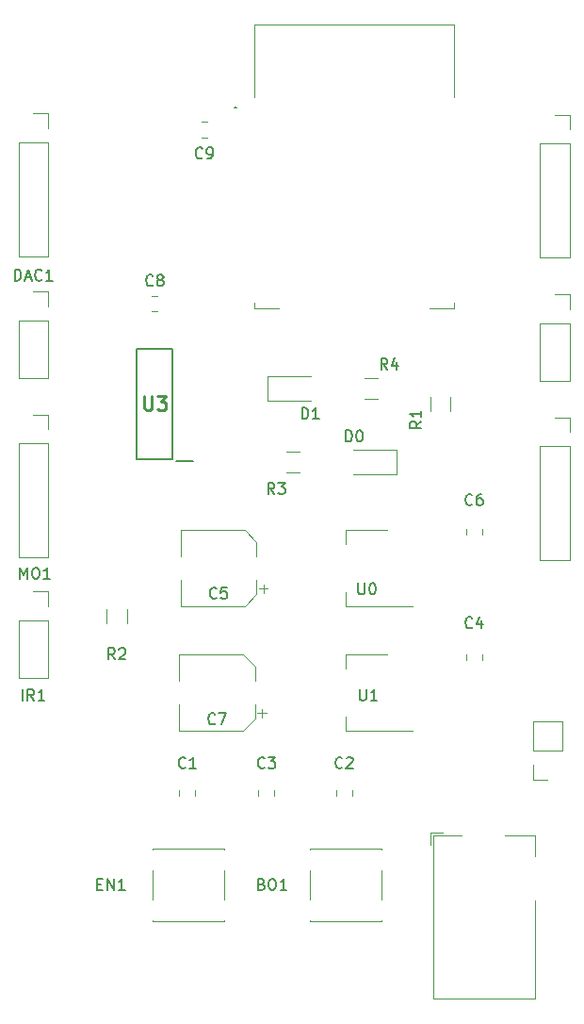
<source format=gbr>
G04 #@! TF.GenerationSoftware,KiCad,Pcbnew,5.1.5+dfsg1-2build2*
G04 #@! TF.CreationDate,2021-12-20T11:22:31-05:00*
G04 #@! TF.ProjectId,pro_SE_DCM,70726f5f-5345-45f4-9443-4d2e6b696361,rev?*
G04 #@! TF.SameCoordinates,Original*
G04 #@! TF.FileFunction,Legend,Top*
G04 #@! TF.FilePolarity,Positive*
%FSLAX46Y46*%
G04 Gerber Fmt 4.6, Leading zero omitted, Abs format (unit mm)*
G04 Created by KiCad (PCBNEW 5.1.5+dfsg1-2build2) date 2021-12-20 11:22:31*
%MOMM*%
%LPD*%
G04 APERTURE LIST*
%ADD10C,0.120000*%
%ADD11C,0.100000*%
%ADD12C,0.200000*%
%ADD13C,0.150000*%
%ADD14C,0.254000*%
G04 APERTURE END LIST*
D10*
X109402000Y-152853000D02*
X102942000Y-152853000D01*
X109402000Y-157383000D02*
X109402000Y-154783000D01*
X109402000Y-159313000D02*
X102942000Y-159313000D01*
X102942000Y-157383000D02*
X102942000Y-154783000D01*
X109402000Y-159283000D02*
X109402000Y-159313000D01*
X109402000Y-152853000D02*
X109402000Y-152883000D01*
X102942000Y-152853000D02*
X102942000Y-152883000D01*
X102942000Y-159313000D02*
X102942000Y-159283000D01*
X88845000Y-159313000D02*
X88845000Y-159283000D01*
X88845000Y-152853000D02*
X88845000Y-152883000D01*
X95305000Y-152853000D02*
X95305000Y-152883000D01*
X95305000Y-159283000D02*
X95305000Y-159313000D01*
X88845000Y-157383000D02*
X88845000Y-154783000D01*
X95305000Y-159313000D02*
X88845000Y-159313000D01*
X95305000Y-157383000D02*
X95305000Y-154783000D01*
X95305000Y-152853000D02*
X88845000Y-152853000D01*
X91238000Y-148086578D02*
X91238000Y-147569422D01*
X92658000Y-148086578D02*
X92658000Y-147569422D01*
X105335000Y-148086578D02*
X105335000Y-147569422D01*
X106755000Y-148086578D02*
X106755000Y-147569422D01*
X99770000Y-148086578D02*
X99770000Y-147569422D01*
X98350000Y-148086578D02*
X98350000Y-147569422D01*
X118439000Y-135894578D02*
X118439000Y-135377422D01*
X117019000Y-135894578D02*
X117019000Y-135377422D01*
X98785750Y-129876250D02*
X98785750Y-129088750D01*
X99179500Y-129482500D02*
X98392000Y-129482500D01*
X98152000Y-125289437D02*
X97087563Y-124225000D01*
X98152000Y-129980563D02*
X97087563Y-131045000D01*
X98152000Y-129980563D02*
X98152000Y-128695000D01*
X98152000Y-125289437D02*
X98152000Y-126575000D01*
X97087563Y-124225000D02*
X91332000Y-124225000D01*
X97087563Y-131045000D02*
X91332000Y-131045000D01*
X91332000Y-131045000D02*
X91332000Y-128695000D01*
X91332000Y-124225000D02*
X91332000Y-126575000D01*
X118439000Y-124640078D02*
X118439000Y-124122922D01*
X117019000Y-124640078D02*
X117019000Y-124122922D01*
X91205000Y-135401000D02*
X91205000Y-137751000D01*
X91205000Y-142221000D02*
X91205000Y-139871000D01*
X96960563Y-142221000D02*
X91205000Y-142221000D01*
X96960563Y-135401000D02*
X91205000Y-135401000D01*
X98025000Y-136465437D02*
X98025000Y-137751000D01*
X98025000Y-141156563D02*
X98025000Y-139871000D01*
X98025000Y-141156563D02*
X96960563Y-142221000D01*
X98025000Y-136465437D02*
X96960563Y-135401000D01*
X99052500Y-140658500D02*
X98265000Y-140658500D01*
X98658750Y-141052250D02*
X98658750Y-140264750D01*
X88768422Y-103176000D02*
X89285578Y-103176000D01*
X88768422Y-104596000D02*
X89285578Y-104596000D01*
X106858000Y-119245000D02*
X110743000Y-119245000D01*
X110743000Y-119245000D02*
X110743000Y-116975000D01*
X110743000Y-116975000D02*
X106858000Y-116975000D01*
X99188000Y-112641000D02*
X103073000Y-112641000D01*
X99188000Y-110371000D02*
X99188000Y-112641000D01*
X103073000Y-110371000D02*
X99188000Y-110371000D01*
X125663000Y-144018000D02*
X123003000Y-144018000D01*
X125663000Y-144018000D02*
X125663000Y-141418000D01*
X125663000Y-141418000D02*
X123003000Y-141418000D01*
X123003000Y-144018000D02*
X123003000Y-141418000D01*
X123003000Y-146618000D02*
X123003000Y-145288000D01*
X124333000Y-146618000D02*
X123003000Y-146618000D01*
X76775000Y-116459000D02*
X79435000Y-116459000D01*
X76775000Y-116459000D02*
X76775000Y-126679000D01*
X76775000Y-126679000D02*
X79435000Y-126679000D01*
X79435000Y-116459000D02*
X79435000Y-126679000D01*
X79435000Y-113859000D02*
X79435000Y-115189000D01*
X78105000Y-113859000D02*
X79435000Y-113859000D01*
X124968000Y-86935000D02*
X126298000Y-86935000D01*
X126298000Y-86935000D02*
X126298000Y-88265000D01*
X126298000Y-89535000D02*
X126298000Y-99755000D01*
X123638000Y-99755000D02*
X126298000Y-99755000D01*
X123638000Y-89535000D02*
X123638000Y-99755000D01*
X123638000Y-89535000D02*
X126298000Y-89535000D01*
X78105000Y-86808000D02*
X79435000Y-86808000D01*
X79435000Y-86808000D02*
X79435000Y-88138000D01*
X79435000Y-89408000D02*
X79435000Y-99628000D01*
X76775000Y-99628000D02*
X79435000Y-99628000D01*
X76775000Y-89408000D02*
X76775000Y-99628000D01*
X76775000Y-89408000D02*
X79435000Y-89408000D01*
X124968000Y-114113000D02*
X126298000Y-114113000D01*
X126298000Y-114113000D02*
X126298000Y-115443000D01*
X126298000Y-116713000D02*
X126298000Y-126933000D01*
X123638000Y-126933000D02*
X126298000Y-126933000D01*
X123638000Y-116713000D02*
X123638000Y-126933000D01*
X123638000Y-116713000D02*
X126298000Y-116713000D01*
X78105000Y-129734000D02*
X79435000Y-129734000D01*
X79435000Y-129734000D02*
X79435000Y-131064000D01*
X79435000Y-132334000D02*
X79435000Y-137474000D01*
X76775000Y-137474000D02*
X79435000Y-137474000D01*
X76775000Y-132334000D02*
X76775000Y-137474000D01*
X76775000Y-132334000D02*
X79435000Y-132334000D01*
X124968000Y-103064000D02*
X126298000Y-103064000D01*
X126298000Y-103064000D02*
X126298000Y-104394000D01*
X126298000Y-105664000D02*
X126298000Y-110804000D01*
X123638000Y-110804000D02*
X126298000Y-110804000D01*
X123638000Y-105664000D02*
X123638000Y-110804000D01*
X123638000Y-105664000D02*
X126298000Y-105664000D01*
X114868000Y-151427000D02*
X113818000Y-151427000D01*
X113818000Y-152477000D02*
X113818000Y-151427000D01*
X123218000Y-157527000D02*
X123218000Y-166327000D01*
X123218000Y-166327000D02*
X114018000Y-166327000D01*
X120518000Y-151627000D02*
X123218000Y-151627000D01*
X123218000Y-151627000D02*
X123218000Y-153527000D01*
X114018000Y-166327000D02*
X114018000Y-151627000D01*
X114018000Y-151627000D02*
X116618000Y-151627000D01*
X113771000Y-112303936D02*
X113771000Y-113508064D01*
X115591000Y-112303936D02*
X115591000Y-113508064D01*
X84688000Y-132555064D02*
X84688000Y-131350936D01*
X86508000Y-132555064D02*
X86508000Y-131350936D01*
X106167000Y-124225000D02*
X106167000Y-125485000D01*
X106167000Y-131045000D02*
X106167000Y-129785000D01*
X109927000Y-124225000D02*
X106167000Y-124225000D01*
X112177000Y-131045000D02*
X106167000Y-131045000D01*
X112177000Y-142221000D02*
X106167000Y-142221000D01*
X109927000Y-135401000D02*
X106167000Y-135401000D01*
X106167000Y-142221000D02*
X106167000Y-140961000D01*
X106167000Y-135401000D02*
X106167000Y-136661000D01*
D11*
X97934000Y-85317000D02*
X97934000Y-85317000D01*
X97934000Y-85317000D02*
X97934000Y-78817000D01*
X97934000Y-78817000D02*
X97934000Y-78817000D01*
X97934000Y-78817000D02*
X97934000Y-85317000D01*
X97934000Y-78817000D02*
X115934000Y-78817000D01*
X115934000Y-78817000D02*
X115934000Y-78817000D01*
X115934000Y-78817000D02*
X97934000Y-78817000D01*
X97934000Y-78817000D02*
X97934000Y-78817000D01*
X115934000Y-78817000D02*
X115934000Y-78817000D01*
X115934000Y-78817000D02*
X115934000Y-85317000D01*
X115934000Y-85317000D02*
X115934000Y-85317000D01*
X115934000Y-85317000D02*
X115934000Y-78817000D01*
X115934000Y-103817000D02*
X115934000Y-103817000D01*
X115934000Y-103817000D02*
X115934000Y-104317000D01*
X115934000Y-104317000D02*
X115934000Y-104317000D01*
X115934000Y-104317000D02*
X115934000Y-103817000D01*
X115934000Y-104317000D02*
X113684000Y-104317000D01*
X113684000Y-104317000D02*
X113684000Y-104317000D01*
X113684000Y-104317000D02*
X115934000Y-104317000D01*
X115934000Y-104317000D02*
X115934000Y-104317000D01*
X100184000Y-104317000D02*
X97934000Y-104317000D01*
X97934000Y-104317000D02*
X97934000Y-104317000D01*
X97934000Y-104317000D02*
X100184000Y-104317000D01*
X100184000Y-104317000D02*
X100184000Y-104317000D01*
X97934000Y-104317000D02*
X97934000Y-104317000D01*
X97934000Y-104317000D02*
X97934000Y-103817000D01*
X97934000Y-103817000D02*
X97934000Y-103817000D01*
X97934000Y-103817000D02*
X97934000Y-104317000D01*
D12*
X96234000Y-86307000D02*
X96234000Y-86307000D01*
X96334000Y-86307000D02*
X96334000Y-86307000D01*
X96234000Y-86307000D02*
X96234000Y-86307000D01*
X96334000Y-86307000D02*
G75*
G02X96234000Y-86307000I-50000J0D01*
G01*
X96234000Y-86307000D02*
G75*
G02X96334000Y-86307000I50000J0D01*
G01*
X96334000Y-86307000D02*
G75*
G02X96234000Y-86307000I-50000J0D01*
G01*
X90627000Y-117853000D02*
X87427000Y-117853000D01*
X87427000Y-117853000D02*
X87427000Y-107953000D01*
X87427000Y-107953000D02*
X90627000Y-107953000D01*
X90627000Y-107953000D02*
X90627000Y-117853000D01*
X92502000Y-118023000D02*
X90977000Y-118023000D01*
D10*
X100870936Y-117200000D02*
X102075064Y-117200000D01*
X100870936Y-119020000D02*
X102075064Y-119020000D01*
X109060064Y-110596000D02*
X107855936Y-110596000D01*
X109060064Y-112416000D02*
X107855936Y-112416000D01*
X93730578Y-88975000D02*
X93213422Y-88975000D01*
X93730578Y-87555000D02*
X93213422Y-87555000D01*
X76775000Y-105410000D02*
X79435000Y-105410000D01*
X76775000Y-105410000D02*
X76775000Y-110550000D01*
X76775000Y-110550000D02*
X79435000Y-110550000D01*
X79435000Y-105410000D02*
X79435000Y-110550000D01*
X79435000Y-102810000D02*
X79435000Y-104140000D01*
X78105000Y-102810000D02*
X79435000Y-102810000D01*
D13*
X98639428Y-156011571D02*
X98782285Y-156059190D01*
X98829904Y-156106809D01*
X98877523Y-156202047D01*
X98877523Y-156344904D01*
X98829904Y-156440142D01*
X98782285Y-156487761D01*
X98687047Y-156535380D01*
X98306095Y-156535380D01*
X98306095Y-155535380D01*
X98639428Y-155535380D01*
X98734666Y-155583000D01*
X98782285Y-155630619D01*
X98829904Y-155725857D01*
X98829904Y-155821095D01*
X98782285Y-155916333D01*
X98734666Y-155963952D01*
X98639428Y-156011571D01*
X98306095Y-156011571D01*
X99496571Y-155535380D02*
X99687047Y-155535380D01*
X99782285Y-155583000D01*
X99877523Y-155678238D01*
X99925142Y-155868714D01*
X99925142Y-156202047D01*
X99877523Y-156392523D01*
X99782285Y-156487761D01*
X99687047Y-156535380D01*
X99496571Y-156535380D01*
X99401333Y-156487761D01*
X99306095Y-156392523D01*
X99258476Y-156202047D01*
X99258476Y-155868714D01*
X99306095Y-155678238D01*
X99401333Y-155583000D01*
X99496571Y-155535380D01*
X100877523Y-156535380D02*
X100306095Y-156535380D01*
X100591809Y-156535380D02*
X100591809Y-155535380D01*
X100496571Y-155678238D01*
X100401333Y-155773476D01*
X100306095Y-155821095D01*
X83875714Y-156011571D02*
X84209047Y-156011571D01*
X84351904Y-156535380D02*
X83875714Y-156535380D01*
X83875714Y-155535380D01*
X84351904Y-155535380D01*
X84780476Y-156535380D02*
X84780476Y-155535380D01*
X85351904Y-156535380D01*
X85351904Y-155535380D01*
X86351904Y-156535380D02*
X85780476Y-156535380D01*
X86066190Y-156535380D02*
X86066190Y-155535380D01*
X85970952Y-155678238D01*
X85875714Y-155773476D01*
X85780476Y-155821095D01*
X91781333Y-145518142D02*
X91733714Y-145565761D01*
X91590857Y-145613380D01*
X91495619Y-145613380D01*
X91352761Y-145565761D01*
X91257523Y-145470523D01*
X91209904Y-145375285D01*
X91162285Y-145184809D01*
X91162285Y-145041952D01*
X91209904Y-144851476D01*
X91257523Y-144756238D01*
X91352761Y-144661000D01*
X91495619Y-144613380D01*
X91590857Y-144613380D01*
X91733714Y-144661000D01*
X91781333Y-144708619D01*
X92733714Y-145613380D02*
X92162285Y-145613380D01*
X92448000Y-145613380D02*
X92448000Y-144613380D01*
X92352761Y-144756238D01*
X92257523Y-144851476D01*
X92162285Y-144899095D01*
X105878333Y-145518142D02*
X105830714Y-145565761D01*
X105687857Y-145613380D01*
X105592619Y-145613380D01*
X105449761Y-145565761D01*
X105354523Y-145470523D01*
X105306904Y-145375285D01*
X105259285Y-145184809D01*
X105259285Y-145041952D01*
X105306904Y-144851476D01*
X105354523Y-144756238D01*
X105449761Y-144661000D01*
X105592619Y-144613380D01*
X105687857Y-144613380D01*
X105830714Y-144661000D01*
X105878333Y-144708619D01*
X106259285Y-144708619D02*
X106306904Y-144661000D01*
X106402142Y-144613380D01*
X106640238Y-144613380D01*
X106735476Y-144661000D01*
X106783095Y-144708619D01*
X106830714Y-144803857D01*
X106830714Y-144899095D01*
X106783095Y-145041952D01*
X106211666Y-145613380D01*
X106830714Y-145613380D01*
X98893333Y-145518142D02*
X98845714Y-145565761D01*
X98702857Y-145613380D01*
X98607619Y-145613380D01*
X98464761Y-145565761D01*
X98369523Y-145470523D01*
X98321904Y-145375285D01*
X98274285Y-145184809D01*
X98274285Y-145041952D01*
X98321904Y-144851476D01*
X98369523Y-144756238D01*
X98464761Y-144661000D01*
X98607619Y-144613380D01*
X98702857Y-144613380D01*
X98845714Y-144661000D01*
X98893333Y-144708619D01*
X99226666Y-144613380D02*
X99845714Y-144613380D01*
X99512380Y-144994333D01*
X99655238Y-144994333D01*
X99750476Y-145041952D01*
X99798095Y-145089571D01*
X99845714Y-145184809D01*
X99845714Y-145422904D01*
X99798095Y-145518142D01*
X99750476Y-145565761D01*
X99655238Y-145613380D01*
X99369523Y-145613380D01*
X99274285Y-145565761D01*
X99226666Y-145518142D01*
X117562333Y-132945142D02*
X117514714Y-132992761D01*
X117371857Y-133040380D01*
X117276619Y-133040380D01*
X117133761Y-132992761D01*
X117038523Y-132897523D01*
X116990904Y-132802285D01*
X116943285Y-132611809D01*
X116943285Y-132468952D01*
X116990904Y-132278476D01*
X117038523Y-132183238D01*
X117133761Y-132088000D01*
X117276619Y-132040380D01*
X117371857Y-132040380D01*
X117514714Y-132088000D01*
X117562333Y-132135619D01*
X118419476Y-132373714D02*
X118419476Y-133040380D01*
X118181380Y-131992761D02*
X117943285Y-132707047D01*
X118562333Y-132707047D01*
X94575333Y-130278142D02*
X94527714Y-130325761D01*
X94384857Y-130373380D01*
X94289619Y-130373380D01*
X94146761Y-130325761D01*
X94051523Y-130230523D01*
X94003904Y-130135285D01*
X93956285Y-129944809D01*
X93956285Y-129801952D01*
X94003904Y-129611476D01*
X94051523Y-129516238D01*
X94146761Y-129421000D01*
X94289619Y-129373380D01*
X94384857Y-129373380D01*
X94527714Y-129421000D01*
X94575333Y-129468619D01*
X95480095Y-129373380D02*
X95003904Y-129373380D01*
X94956285Y-129849571D01*
X95003904Y-129801952D01*
X95099142Y-129754333D01*
X95337238Y-129754333D01*
X95432476Y-129801952D01*
X95480095Y-129849571D01*
X95527714Y-129944809D01*
X95527714Y-130182904D01*
X95480095Y-130278142D01*
X95432476Y-130325761D01*
X95337238Y-130373380D01*
X95099142Y-130373380D01*
X95003904Y-130325761D01*
X94956285Y-130278142D01*
X117562333Y-121896142D02*
X117514714Y-121943761D01*
X117371857Y-121991380D01*
X117276619Y-121991380D01*
X117133761Y-121943761D01*
X117038523Y-121848523D01*
X116990904Y-121753285D01*
X116943285Y-121562809D01*
X116943285Y-121419952D01*
X116990904Y-121229476D01*
X117038523Y-121134238D01*
X117133761Y-121039000D01*
X117276619Y-120991380D01*
X117371857Y-120991380D01*
X117514714Y-121039000D01*
X117562333Y-121086619D01*
X118419476Y-120991380D02*
X118229000Y-120991380D01*
X118133761Y-121039000D01*
X118086142Y-121086619D01*
X117990904Y-121229476D01*
X117943285Y-121419952D01*
X117943285Y-121800904D01*
X117990904Y-121896142D01*
X118038523Y-121943761D01*
X118133761Y-121991380D01*
X118324238Y-121991380D01*
X118419476Y-121943761D01*
X118467095Y-121896142D01*
X118514714Y-121800904D01*
X118514714Y-121562809D01*
X118467095Y-121467571D01*
X118419476Y-121419952D01*
X118324238Y-121372333D01*
X118133761Y-121372333D01*
X118038523Y-121419952D01*
X117990904Y-121467571D01*
X117943285Y-121562809D01*
X94448333Y-141581142D02*
X94400714Y-141628761D01*
X94257857Y-141676380D01*
X94162619Y-141676380D01*
X94019761Y-141628761D01*
X93924523Y-141533523D01*
X93876904Y-141438285D01*
X93829285Y-141247809D01*
X93829285Y-141104952D01*
X93876904Y-140914476D01*
X93924523Y-140819238D01*
X94019761Y-140724000D01*
X94162619Y-140676380D01*
X94257857Y-140676380D01*
X94400714Y-140724000D01*
X94448333Y-140771619D01*
X94781666Y-140676380D02*
X95448333Y-140676380D01*
X95019761Y-141676380D01*
X88860333Y-102211142D02*
X88812714Y-102258761D01*
X88669857Y-102306380D01*
X88574619Y-102306380D01*
X88431761Y-102258761D01*
X88336523Y-102163523D01*
X88288904Y-102068285D01*
X88241285Y-101877809D01*
X88241285Y-101734952D01*
X88288904Y-101544476D01*
X88336523Y-101449238D01*
X88431761Y-101354000D01*
X88574619Y-101306380D01*
X88669857Y-101306380D01*
X88812714Y-101354000D01*
X88860333Y-101401619D01*
X89431761Y-101734952D02*
X89336523Y-101687333D01*
X89288904Y-101639714D01*
X89241285Y-101544476D01*
X89241285Y-101496857D01*
X89288904Y-101401619D01*
X89336523Y-101354000D01*
X89431761Y-101306380D01*
X89622238Y-101306380D01*
X89717476Y-101354000D01*
X89765095Y-101401619D01*
X89812714Y-101496857D01*
X89812714Y-101544476D01*
X89765095Y-101639714D01*
X89717476Y-101687333D01*
X89622238Y-101734952D01*
X89431761Y-101734952D01*
X89336523Y-101782571D01*
X89288904Y-101830190D01*
X89241285Y-101925428D01*
X89241285Y-102115904D01*
X89288904Y-102211142D01*
X89336523Y-102258761D01*
X89431761Y-102306380D01*
X89622238Y-102306380D01*
X89717476Y-102258761D01*
X89765095Y-102211142D01*
X89812714Y-102115904D01*
X89812714Y-101925428D01*
X89765095Y-101830190D01*
X89717476Y-101782571D01*
X89622238Y-101734952D01*
X106195904Y-116276380D02*
X106195904Y-115276380D01*
X106434000Y-115276380D01*
X106576857Y-115324000D01*
X106672095Y-115419238D01*
X106719714Y-115514476D01*
X106767333Y-115704952D01*
X106767333Y-115847809D01*
X106719714Y-116038285D01*
X106672095Y-116133523D01*
X106576857Y-116228761D01*
X106434000Y-116276380D01*
X106195904Y-116276380D01*
X107386380Y-115276380D02*
X107481619Y-115276380D01*
X107576857Y-115324000D01*
X107624476Y-115371619D01*
X107672095Y-115466857D01*
X107719714Y-115657333D01*
X107719714Y-115895428D01*
X107672095Y-116085904D01*
X107624476Y-116181142D01*
X107576857Y-116228761D01*
X107481619Y-116276380D01*
X107386380Y-116276380D01*
X107291142Y-116228761D01*
X107243523Y-116181142D01*
X107195904Y-116085904D01*
X107148285Y-115895428D01*
X107148285Y-115657333D01*
X107195904Y-115466857D01*
X107243523Y-115371619D01*
X107291142Y-115324000D01*
X107386380Y-115276380D01*
X102258904Y-114244380D02*
X102258904Y-113244380D01*
X102497000Y-113244380D01*
X102639857Y-113292000D01*
X102735095Y-113387238D01*
X102782714Y-113482476D01*
X102830333Y-113672952D01*
X102830333Y-113815809D01*
X102782714Y-114006285D01*
X102735095Y-114101523D01*
X102639857Y-114196761D01*
X102497000Y-114244380D01*
X102258904Y-114244380D01*
X103782714Y-114244380D02*
X103211285Y-114244380D01*
X103497000Y-114244380D02*
X103497000Y-113244380D01*
X103401761Y-113387238D01*
X103306523Y-113482476D01*
X103211285Y-113530095D01*
X76898666Y-128595380D02*
X76898666Y-127595380D01*
X77232000Y-128309666D01*
X77565333Y-127595380D01*
X77565333Y-128595380D01*
X78232000Y-127595380D02*
X78422476Y-127595380D01*
X78517714Y-127643000D01*
X78612952Y-127738238D01*
X78660571Y-127928714D01*
X78660571Y-128262047D01*
X78612952Y-128452523D01*
X78517714Y-128547761D01*
X78422476Y-128595380D01*
X78232000Y-128595380D01*
X78136761Y-128547761D01*
X78041523Y-128452523D01*
X77993904Y-128262047D01*
X77993904Y-127928714D01*
X78041523Y-127738238D01*
X78136761Y-127643000D01*
X78232000Y-127595380D01*
X79612952Y-128595380D02*
X79041523Y-128595380D01*
X79327238Y-128595380D02*
X79327238Y-127595380D01*
X79232000Y-127738238D01*
X79136761Y-127833476D01*
X79041523Y-127881095D01*
X77128809Y-139517380D02*
X77128809Y-138517380D01*
X78176428Y-139517380D02*
X77843095Y-139041190D01*
X77605000Y-139517380D02*
X77605000Y-138517380D01*
X77985952Y-138517380D01*
X78081190Y-138565000D01*
X78128809Y-138612619D01*
X78176428Y-138707857D01*
X78176428Y-138850714D01*
X78128809Y-138945952D01*
X78081190Y-138993571D01*
X77985952Y-139041190D01*
X77605000Y-139041190D01*
X79128809Y-139517380D02*
X78557380Y-139517380D01*
X78843095Y-139517380D02*
X78843095Y-138517380D01*
X78747857Y-138660238D01*
X78652619Y-138755476D01*
X78557380Y-138803095D01*
X112974380Y-114466666D02*
X112498190Y-114800000D01*
X112974380Y-115038095D02*
X111974380Y-115038095D01*
X111974380Y-114657142D01*
X112022000Y-114561904D01*
X112069619Y-114514285D01*
X112164857Y-114466666D01*
X112307714Y-114466666D01*
X112402952Y-114514285D01*
X112450571Y-114561904D01*
X112498190Y-114657142D01*
X112498190Y-115038095D01*
X112974380Y-113514285D02*
X112974380Y-114085714D01*
X112974380Y-113800000D02*
X111974380Y-113800000D01*
X112117238Y-113895238D01*
X112212476Y-113990476D01*
X112260095Y-114085714D01*
X85431333Y-135834380D02*
X85098000Y-135358190D01*
X84859904Y-135834380D02*
X84859904Y-134834380D01*
X85240857Y-134834380D01*
X85336095Y-134882000D01*
X85383714Y-134929619D01*
X85431333Y-135024857D01*
X85431333Y-135167714D01*
X85383714Y-135262952D01*
X85336095Y-135310571D01*
X85240857Y-135358190D01*
X84859904Y-135358190D01*
X85812285Y-134929619D02*
X85859904Y-134882000D01*
X85955142Y-134834380D01*
X86193238Y-134834380D01*
X86288476Y-134882000D01*
X86336095Y-134929619D01*
X86383714Y-135024857D01*
X86383714Y-135120095D01*
X86336095Y-135262952D01*
X85764666Y-135834380D01*
X86383714Y-135834380D01*
X107315095Y-128992380D02*
X107315095Y-129801904D01*
X107362714Y-129897142D01*
X107410333Y-129944761D01*
X107505571Y-129992380D01*
X107696047Y-129992380D01*
X107791285Y-129944761D01*
X107838904Y-129897142D01*
X107886523Y-129801904D01*
X107886523Y-128992380D01*
X108553190Y-128992380D02*
X108648428Y-128992380D01*
X108743666Y-129040000D01*
X108791285Y-129087619D01*
X108838904Y-129182857D01*
X108886523Y-129373333D01*
X108886523Y-129611428D01*
X108838904Y-129801904D01*
X108791285Y-129897142D01*
X108743666Y-129944761D01*
X108648428Y-129992380D01*
X108553190Y-129992380D01*
X108457952Y-129944761D01*
X108410333Y-129897142D01*
X108362714Y-129801904D01*
X108315095Y-129611428D01*
X108315095Y-129373333D01*
X108362714Y-129182857D01*
X108410333Y-129087619D01*
X108457952Y-129040000D01*
X108553190Y-128992380D01*
X107442095Y-138517380D02*
X107442095Y-139326904D01*
X107489714Y-139422142D01*
X107537333Y-139469761D01*
X107632571Y-139517380D01*
X107823047Y-139517380D01*
X107918285Y-139469761D01*
X107965904Y-139422142D01*
X108013523Y-139326904D01*
X108013523Y-138517380D01*
X109013523Y-139517380D02*
X108442095Y-139517380D01*
X108727809Y-139517380D02*
X108727809Y-138517380D01*
X108632571Y-138660238D01*
X108537333Y-138755476D01*
X108442095Y-138803095D01*
D14*
X88059380Y-112207523D02*
X88059380Y-113235619D01*
X88119857Y-113356571D01*
X88180333Y-113417047D01*
X88301285Y-113477523D01*
X88543190Y-113477523D01*
X88664142Y-113417047D01*
X88724619Y-113356571D01*
X88785095Y-113235619D01*
X88785095Y-112207523D01*
X89268904Y-112207523D02*
X90055095Y-112207523D01*
X89631761Y-112691333D01*
X89813190Y-112691333D01*
X89934142Y-112751809D01*
X89994619Y-112812285D01*
X90055095Y-112933238D01*
X90055095Y-113235619D01*
X89994619Y-113356571D01*
X89934142Y-113417047D01*
X89813190Y-113477523D01*
X89450333Y-113477523D01*
X89329380Y-113417047D01*
X89268904Y-113356571D01*
D13*
X99782333Y-120975380D02*
X99449000Y-120499190D01*
X99210904Y-120975380D02*
X99210904Y-119975380D01*
X99591857Y-119975380D01*
X99687095Y-120023000D01*
X99734714Y-120070619D01*
X99782333Y-120165857D01*
X99782333Y-120308714D01*
X99734714Y-120403952D01*
X99687095Y-120451571D01*
X99591857Y-120499190D01*
X99210904Y-120499190D01*
X100115666Y-119975380D02*
X100734714Y-119975380D01*
X100401380Y-120356333D01*
X100544238Y-120356333D01*
X100639476Y-120403952D01*
X100687095Y-120451571D01*
X100734714Y-120546809D01*
X100734714Y-120784904D01*
X100687095Y-120880142D01*
X100639476Y-120927761D01*
X100544238Y-120975380D01*
X100258523Y-120975380D01*
X100163285Y-120927761D01*
X100115666Y-120880142D01*
X109942333Y-109799380D02*
X109609000Y-109323190D01*
X109370904Y-109799380D02*
X109370904Y-108799380D01*
X109751857Y-108799380D01*
X109847095Y-108847000D01*
X109894714Y-108894619D01*
X109942333Y-108989857D01*
X109942333Y-109132714D01*
X109894714Y-109227952D01*
X109847095Y-109275571D01*
X109751857Y-109323190D01*
X109370904Y-109323190D01*
X110799476Y-109132714D02*
X110799476Y-109799380D01*
X110561380Y-108751761D02*
X110323285Y-109466047D01*
X110942333Y-109466047D01*
X93305333Y-90781142D02*
X93257714Y-90828761D01*
X93114857Y-90876380D01*
X93019619Y-90876380D01*
X92876761Y-90828761D01*
X92781523Y-90733523D01*
X92733904Y-90638285D01*
X92686285Y-90447809D01*
X92686285Y-90304952D01*
X92733904Y-90114476D01*
X92781523Y-90019238D01*
X92876761Y-89924000D01*
X93019619Y-89876380D01*
X93114857Y-89876380D01*
X93257714Y-89924000D01*
X93305333Y-89971619D01*
X93781523Y-90876380D02*
X93972000Y-90876380D01*
X94067238Y-90828761D01*
X94114857Y-90781142D01*
X94210095Y-90638285D01*
X94257714Y-90447809D01*
X94257714Y-90066857D01*
X94210095Y-89971619D01*
X94162476Y-89924000D01*
X94067238Y-89876380D01*
X93876761Y-89876380D01*
X93781523Y-89924000D01*
X93733904Y-89971619D01*
X93686285Y-90066857D01*
X93686285Y-90304952D01*
X93733904Y-90400190D01*
X93781523Y-90447809D01*
X93876761Y-90495428D01*
X94067238Y-90495428D01*
X94162476Y-90447809D01*
X94210095Y-90400190D01*
X94257714Y-90304952D01*
X76438333Y-101822380D02*
X76438333Y-100822380D01*
X76676428Y-100822380D01*
X76819285Y-100870000D01*
X76914523Y-100965238D01*
X76962142Y-101060476D01*
X77009761Y-101250952D01*
X77009761Y-101393809D01*
X76962142Y-101584285D01*
X76914523Y-101679523D01*
X76819285Y-101774761D01*
X76676428Y-101822380D01*
X76438333Y-101822380D01*
X77390714Y-101536666D02*
X77866904Y-101536666D01*
X77295476Y-101822380D02*
X77628809Y-100822380D01*
X77962142Y-101822380D01*
X78866904Y-101727142D02*
X78819285Y-101774761D01*
X78676428Y-101822380D01*
X78581190Y-101822380D01*
X78438333Y-101774761D01*
X78343095Y-101679523D01*
X78295476Y-101584285D01*
X78247857Y-101393809D01*
X78247857Y-101250952D01*
X78295476Y-101060476D01*
X78343095Y-100965238D01*
X78438333Y-100870000D01*
X78581190Y-100822380D01*
X78676428Y-100822380D01*
X78819285Y-100870000D01*
X78866904Y-100917619D01*
X79819285Y-101822380D02*
X79247857Y-101822380D01*
X79533571Y-101822380D02*
X79533571Y-100822380D01*
X79438333Y-100965238D01*
X79343095Y-101060476D01*
X79247857Y-101108095D01*
M02*

</source>
